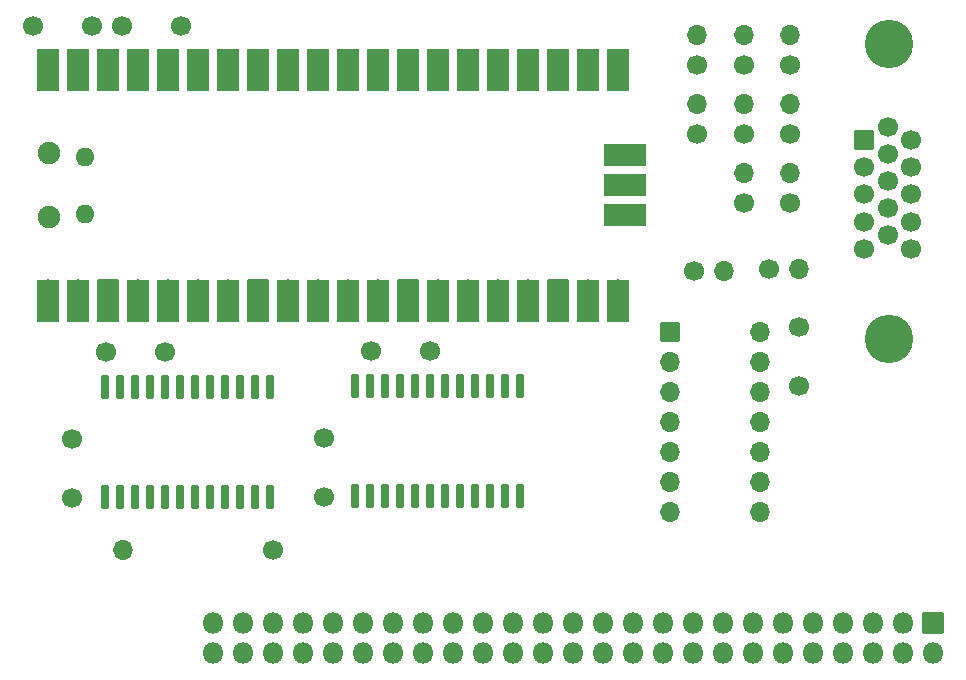
<source format=gbr>
%TF.GenerationSoftware,KiCad,Pcbnew,7.0.6-0*%
%TF.CreationDate,2023-07-30T18:46:11+02:00*%
%TF.ProjectId,pico_vga,7069636f-5f76-4676-912e-6b696361645f,v1.0*%
%TF.SameCoordinates,Original*%
%TF.FileFunction,Soldermask,Top*%
%TF.FilePolarity,Negative*%
%FSLAX46Y46*%
G04 Gerber Fmt 4.6, Leading zero omitted, Abs format (unit mm)*
G04 Created by KiCad (PCBNEW 7.0.6-0) date 2023-07-30 18:46:11*
%MOMM*%
%LPD*%
G01*
G04 APERTURE LIST*
G04 Aperture macros list*
%AMRoundRect*
0 Rectangle with rounded corners*
0 $1 Rounding radius*
0 $2 $3 $4 $5 $6 $7 $8 $9 X,Y pos of 4 corners*
0 Add a 4 corners polygon primitive as box body*
4,1,4,$2,$3,$4,$5,$6,$7,$8,$9,$2,$3,0*
0 Add four circle primitives for the rounded corners*
1,1,$1+$1,$2,$3*
1,1,$1+$1,$4,$5*
1,1,$1+$1,$6,$7*
1,1,$1+$1,$8,$9*
0 Add four rect primitives between the rounded corners*
20,1,$1+$1,$2,$3,$4,$5,0*
20,1,$1+$1,$4,$5,$6,$7,0*
20,1,$1+$1,$6,$7,$8,$9,0*
20,1,$1+$1,$8,$9,$2,$3,0*%
G04 Aperture macros list end*
%ADD10O,1.800000X1.800000*%
%ADD11RoundRect,0.050000X-0.850000X0.850000X-0.850000X-0.850000X0.850000X-0.850000X0.850000X0.850000X0*%
%ADD12O,1.700000X1.700000*%
%ADD13RoundRect,0.050000X-0.800000X-0.800000X0.800000X-0.800000X0.800000X0.800000X-0.800000X0.800000X0*%
%ADD14C,1.700000*%
%ADD15RoundRect,0.050000X1.750000X0.850000X-1.750000X0.850000X-1.750000X-0.850000X1.750000X-0.850000X0*%
%ADD16RoundRect,0.050000X0.850000X-0.850000X0.850000X0.850000X-0.850000X0.850000X-0.850000X-0.850000X0*%
%ADD17RoundRect,0.050000X0.850000X-1.750000X0.850000X1.750000X-0.850000X1.750000X-0.850000X-1.750000X0*%
%ADD18O,1.900000X1.900000*%
%ADD19O,1.600000X1.600000*%
%ADD20RoundRect,0.187500X0.137500X-0.862500X0.137500X0.862500X-0.137500X0.862500X-0.137500X-0.862500X0*%
%ADD21RoundRect,0.050000X0.800000X-0.800000X0.800000X0.800000X-0.800000X0.800000X-0.800000X-0.800000X0*%
%ADD22C,4.100000*%
G04 APERTURE END LIST*
D10*
%TO.C,J1*%
X105664000Y-147447000D03*
X105664000Y-144907000D03*
X108204000Y-147447000D03*
X108204000Y-144907000D03*
X110744000Y-147447000D03*
X110744000Y-144907000D03*
X113284000Y-147447000D03*
X113284000Y-144907000D03*
X115824000Y-147447000D03*
X115824000Y-144907000D03*
X118364000Y-147447000D03*
X118364000Y-144907000D03*
X120904000Y-147447000D03*
X120904000Y-144907000D03*
X123444000Y-147447000D03*
X123444000Y-144907000D03*
X125984000Y-147447000D03*
X125984000Y-144907000D03*
X128524000Y-147447000D03*
X128524000Y-144907000D03*
X131064000Y-147447000D03*
X131064000Y-144907000D03*
X133604000Y-147447000D03*
X133604000Y-144907000D03*
X136144000Y-147447000D03*
X136144000Y-144907000D03*
X138684000Y-147447000D03*
X138684000Y-144907000D03*
X141224000Y-147447000D03*
X141224000Y-144907000D03*
X143764000Y-147447000D03*
X143764000Y-144907000D03*
X146304000Y-147447000D03*
X146304000Y-144907000D03*
X148844000Y-147447000D03*
X148844000Y-144907000D03*
X151384000Y-147447000D03*
X151384000Y-144907000D03*
X153924000Y-147447000D03*
X153924000Y-144907000D03*
X156464000Y-147447000D03*
X156464000Y-144907000D03*
X159004000Y-147447000D03*
X159004000Y-144907000D03*
X161544000Y-147447000D03*
X161544000Y-144907000D03*
X164084000Y-147447000D03*
X164084000Y-144907000D03*
X166624000Y-147447000D03*
D11*
X166624000Y-144907000D03*
%TD*%
D12*
%TO.C,U1*%
X152029000Y-120264000D03*
X152029000Y-122804000D03*
X152029000Y-125344000D03*
X152029000Y-127884000D03*
X152029000Y-130424000D03*
X152029000Y-132964000D03*
X152029000Y-135504000D03*
X144409000Y-135504000D03*
X144409000Y-132964000D03*
X144409000Y-130424000D03*
X144409000Y-127884000D03*
X144409000Y-125344000D03*
X144409000Y-122804000D03*
D13*
X144409000Y-120264000D03*
%TD*%
D14*
%TO.C,C5*%
X124040000Y-121847000D03*
X119040000Y-121847000D03*
%TD*%
D12*
%TO.C,R1*%
X98044000Y-138684000D03*
D14*
X110744000Y-138684000D03*
%TD*%
D12*
%TO.C,R4*%
X150622000Y-106807000D03*
D14*
X150622000Y-109347000D03*
%TD*%
D12*
%TO.C,R9*%
X154559000Y-95104000D03*
D14*
X154559000Y-97644000D03*
%TD*%
D12*
%TO.C,R5*%
X154559000Y-106788000D03*
D14*
X154559000Y-109328000D03*
%TD*%
D12*
%TO.C,R8*%
X154559000Y-100946000D03*
D14*
X154559000Y-103486000D03*
%TD*%
D12*
%TO.C,R7*%
X150622000Y-100946000D03*
D14*
X150622000Y-103486000D03*
%TD*%
D15*
%TO.C,U3*%
X140624000Y-105283000D03*
D10*
X139724000Y-105283000D03*
D15*
X140624000Y-107823000D03*
D16*
X139724000Y-107823000D03*
D15*
X140624000Y-110363000D03*
D10*
X139724000Y-110363000D03*
D17*
X91694000Y-98033000D03*
D10*
X91694000Y-98933000D03*
D17*
X94234000Y-98033000D03*
D10*
X94234000Y-98933000D03*
D17*
X96774000Y-98033000D03*
D16*
X96774000Y-98933000D03*
D17*
X99314000Y-98033000D03*
D10*
X99314000Y-98933000D03*
D17*
X101854000Y-98033000D03*
D10*
X101854000Y-98933000D03*
D17*
X104394000Y-98033000D03*
D10*
X104394000Y-98933000D03*
D17*
X106934000Y-98033000D03*
D10*
X106934000Y-98933000D03*
D17*
X109474000Y-98033000D03*
D16*
X109474000Y-98933000D03*
D17*
X112014000Y-98033000D03*
D10*
X112014000Y-98933000D03*
D17*
X114554000Y-98033000D03*
D10*
X114554000Y-98933000D03*
D17*
X117094000Y-98033000D03*
D10*
X117094000Y-98933000D03*
D17*
X119634000Y-98033000D03*
D10*
X119634000Y-98933000D03*
D17*
X122174000Y-98033000D03*
D16*
X122174000Y-98933000D03*
D17*
X124714000Y-98033000D03*
D10*
X124714000Y-98933000D03*
D17*
X127254000Y-98033000D03*
D10*
X127254000Y-98933000D03*
D17*
X129794000Y-98033000D03*
D10*
X129794000Y-98933000D03*
D17*
X132334000Y-98033000D03*
D10*
X132334000Y-98933000D03*
D17*
X134874000Y-98033000D03*
D16*
X134874000Y-98933000D03*
D17*
X137414000Y-98033000D03*
D10*
X137414000Y-98933000D03*
D17*
X139954000Y-98033000D03*
D10*
X139954000Y-98933000D03*
D17*
X139954000Y-117613000D03*
D10*
X139954000Y-116713000D03*
D17*
X137414000Y-117613000D03*
D10*
X137414000Y-116713000D03*
D17*
X134874000Y-117613000D03*
D16*
X134874000Y-116713000D03*
D17*
X132334000Y-117613000D03*
D10*
X132334000Y-116713000D03*
D17*
X129794000Y-117613000D03*
D10*
X129794000Y-116713000D03*
D17*
X127254000Y-117613000D03*
D10*
X127254000Y-116713000D03*
D17*
X124714000Y-117613000D03*
D10*
X124714000Y-116713000D03*
D17*
X122174000Y-117613000D03*
D16*
X122174000Y-116713000D03*
D17*
X119634000Y-117613000D03*
D10*
X119634000Y-116713000D03*
D17*
X117094000Y-117613000D03*
D10*
X117094000Y-116713000D03*
D17*
X114554000Y-117613000D03*
D10*
X114554000Y-116713000D03*
D17*
X112014000Y-117613000D03*
D10*
X112014000Y-116713000D03*
D17*
X109474000Y-117613000D03*
D16*
X109474000Y-116713000D03*
D17*
X106934000Y-117613000D03*
D10*
X106934000Y-116713000D03*
D17*
X104394000Y-117613000D03*
D10*
X104394000Y-116713000D03*
D17*
X101854000Y-117613000D03*
D10*
X101854000Y-116713000D03*
D17*
X99314000Y-117613000D03*
D10*
X99314000Y-116713000D03*
D17*
X96774000Y-117613000D03*
D16*
X96774000Y-116713000D03*
D17*
X94234000Y-117613000D03*
D10*
X94234000Y-116713000D03*
D17*
X91694000Y-117613000D03*
D10*
X91694000Y-116713000D03*
D18*
X91824000Y-105098000D03*
D19*
X94854000Y-105398000D03*
X94854000Y-110248000D03*
D18*
X91824000Y-110548000D03*
%TD*%
D20*
%TO.C,U2*%
X96521000Y-124944000D03*
X97791000Y-124944000D03*
X99061000Y-124944000D03*
X100331000Y-124944000D03*
X101601000Y-124944000D03*
X102871000Y-124944000D03*
X104141000Y-124944000D03*
X105411000Y-124944000D03*
X106681000Y-124944000D03*
X107951000Y-124944000D03*
X109221000Y-124944000D03*
X110491000Y-124944000D03*
X110491000Y-134244000D03*
X109221000Y-134244000D03*
X107951000Y-134244000D03*
X106681000Y-134244000D03*
X105411000Y-134244000D03*
X104141000Y-134244000D03*
X102871000Y-134244000D03*
X101601000Y-134244000D03*
X100331000Y-134244000D03*
X99061000Y-134244000D03*
X97791000Y-134244000D03*
X96521000Y-134244000D03*
%TD*%
D14*
%TO.C,J2*%
X164806669Y-113191000D03*
X164806669Y-110901000D03*
X164806669Y-108611000D03*
X164806669Y-106321000D03*
X164806669Y-104031000D03*
X162826669Y-112046000D03*
X162826669Y-109756000D03*
X162826669Y-107466000D03*
X162826669Y-105176000D03*
X162826669Y-102886000D03*
X160846669Y-113191000D03*
X160846669Y-110901000D03*
X160846669Y-108611000D03*
X160846669Y-106321000D03*
D21*
X160846669Y-104031000D03*
D22*
X162896669Y-95846000D03*
X162896669Y-120846000D03*
%TD*%
D12*
%TO.C,R10*%
X150622000Y-95085000D03*
D14*
X150622000Y-97625000D03*
%TD*%
D12*
%TO.C,R2*%
X155321000Y-114935000D03*
D14*
X152781000Y-114935000D03*
%TD*%
%TO.C,C7*%
X101648000Y-121974000D03*
X96648000Y-121974000D03*
%TD*%
%TO.C,C6*%
X95464000Y-94361000D03*
X90464000Y-94361000D03*
%TD*%
D12*
%TO.C,R3*%
X148971000Y-115062000D03*
D14*
X146431000Y-115062000D03*
%TD*%
D20*
%TO.C,U4*%
X117730000Y-124817000D03*
X119000000Y-124817000D03*
X120270000Y-124817000D03*
X121540000Y-124817000D03*
X122810000Y-124817000D03*
X124080000Y-124817000D03*
X125350000Y-124817000D03*
X126620000Y-124817000D03*
X127890000Y-124817000D03*
X129160000Y-124817000D03*
X130430000Y-124817000D03*
X131700000Y-124817000D03*
X131700000Y-134117000D03*
X130430000Y-134117000D03*
X129160000Y-134117000D03*
X127890000Y-134117000D03*
X126620000Y-134117000D03*
X125350000Y-134117000D03*
X124080000Y-134117000D03*
X122810000Y-134117000D03*
X121540000Y-134117000D03*
X120270000Y-134117000D03*
X119000000Y-134117000D03*
X117730000Y-134117000D03*
%TD*%
D14*
%TO.C,C1*%
X93726000Y-129326000D03*
X93726000Y-134326000D03*
%TD*%
%TO.C,C3*%
X115062000Y-129199000D03*
X115062000Y-134199000D03*
%TD*%
%TO.C,C2*%
X155321000Y-124801000D03*
X155321000Y-119801000D03*
%TD*%
D12*
%TO.C,R6*%
X146685000Y-100946000D03*
D14*
X146685000Y-103486000D03*
%TD*%
D12*
%TO.C,R11*%
X146685000Y-95104000D03*
D14*
X146685000Y-97644000D03*
%TD*%
%TO.C,C4*%
X102957000Y-94361000D03*
X97957000Y-94361000D03*
%TD*%
M02*

</source>
